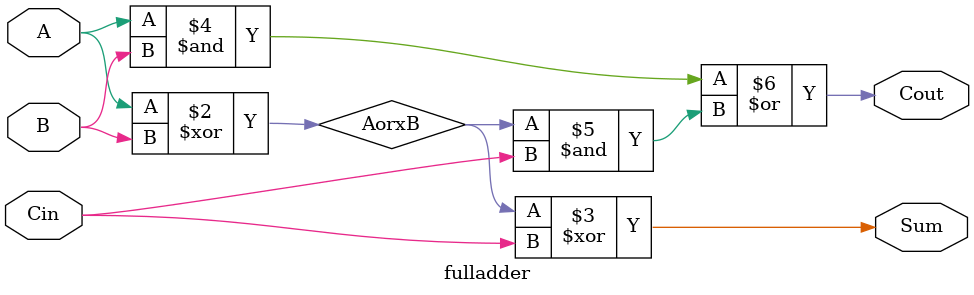
<source format=v>
module fulladder(
    input A, B, Cin,
    output reg Sum, Cout);
    reg AorxB;
    always @(*)begin
        AorxB = A ^ B;
        Sum = AorxB ^ Cin;
        Cout = (A & B) | (AorxB & Cin);
    end
endmodule

</source>
